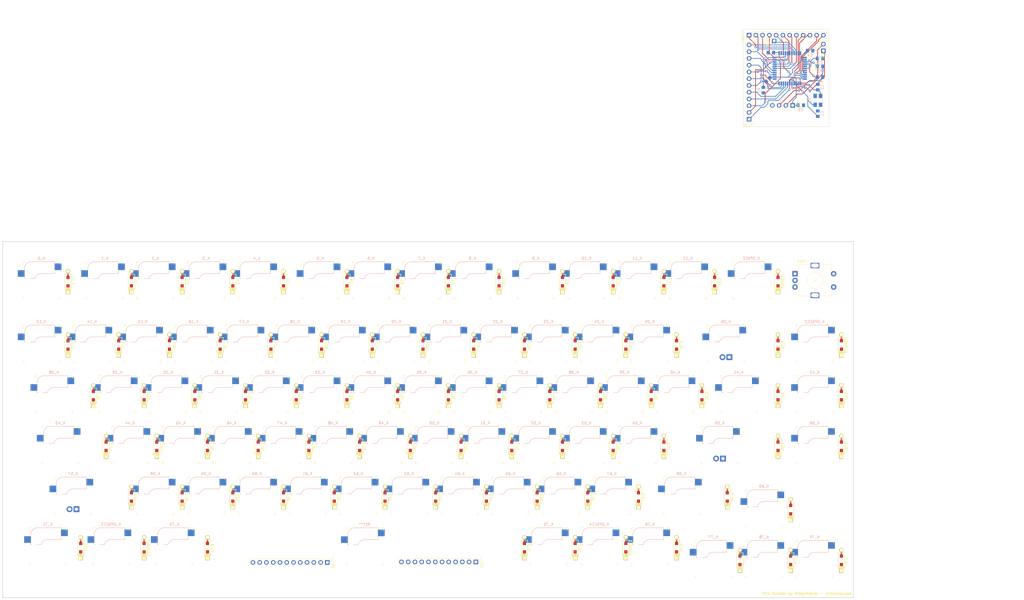
<source format=kicad_pcb>
(kicad_pcb (version 20211014) (generator pcbnew)
  (layers (0 "F.Cu" signal) (31 "B.Cu" signal) (34 "B.Paste" user) (35 "F.Paste" user) (36 "B.SilkS" user "B.Silkscreen") (37 "F.SilkS" user "F.Silkscreen") (38 "B.Mask" user) (39 "F.Mask" user) (44 "Edge.Cuts" user))
  (net 0 "")
  (net 1 "GND")
  (net 2 "VCC")
  (net 3 "/col0")
  (net 4 "/col1")
  (net 5 "/col2")
  (net 6 "/col3")
  (net 7 "/col4")
  (net 8 "/col5")
  (net 9 "/col6")
  (net 10 "/col7")
  (net 11 "/col8")
  (net 12 "/col9")
  (net 13 "/col10")
  (net 14 "/col11")
  (net 15 "/col12")
  (net 16 "/col13")
  (net 17 "/col14")
  (net 18 "/col15")
  (net 19 "/row0")
  (net 20 "/row1")
  (net 21 "/row2")
  (net 22 "/row3")
  (net 23 "/row4")
  (net 24 "/row5")
  (net 25 "/row6")
  (net 26 "Net-(D_0-Pad2)")
  (net 27 "Net-(D_1-Pad2)")
  (net 28 "Net-(D_2-Pad2)")
  (net 29 "Net-(D_3-Pad2)")
  (net 30 "Net-(D_4-Pad2)")
  (net 31 "Net-(D_5-Pad2)")
  (net 32 "Net-(D_6-Pad2)")
  (net 33 "Net-(D_7-Pad2)")
  (net 34 "Net-(D_8-Pad2)")
  (net 35 "Net-(D_9-Pad2)")
  (net 36 "Net-(D_10-Pad2)")
  (net 37 "Net-(D_11-Pad2)")
  (net 38 "Net-(D_12-Pad2)")
  (net 39 "Net-(D_SPACE-Pad2)")
  (net 40 "Net-(D_13-Pad2)")
  (net 41 "Net-(D_14-Pad2)")
  (net 42 "Net-(D_15-Pad2)")
  (net 43 "Net-(D_16-Pad2)")
  (net 44 "Net-(D_17-Pad2)")
  (net 45 "Net-(D_18-Pad2)")
  (net 46 "Net-(D_19-Pad2)")
  (net 47 "Net-(D_20-Pad2)")
  (net 48 "Net-(D_21-Pad2)")
  (net 49 "Net-(D_22-Pad2)")
  (net 50 "Net-(D_23-Pad2)")
  (net 51 "Net-(D_24-Pad2)")
  (net 52 "Net-(D_25-Pad2)")
  (net 53 "Net-(D_26-Pad2)")
  (net 54 "Net-(D_SPACE2-Pad2)")
  (net 55 "Net-(D_28-Pad2)")
  (net 56 "Net-(D_29-Pad2)")
  (net 57 "Net-(D_30-Pad2)")
  (net 58 "Net-(D_31-Pad2)")
  (net 59 "Net-(D_32-Pad2)")
  (net 60 "Net-(D_33-Pad2)")
  (net 61 "Net-(D_34-Pad2)")
  (net 62 "Net-(D_35-Pad2)")
  (net 63 "Net-(D_36-Pad2)")
  (net 64 "Net-(D_37-Pad2)")
  (net 65 "Net-(D_38-Pad2)")
  (net 66 "Net-(D_39-Pad2)")
  (net 67 "Net-(D_40-Pad2)")
  (net 68 "Net-(D_41-Pad2)")
  (net 69 "Net-(D_42-Pad2)")
  (net 70 "Net-(D_43-Pad2)")
  (net 71 "Net-(D_44-Pad2)")
  (net 72 "Net-(D_45-Pad2)")
  (net 73 "Net-(D_46-Pad2)")
  (net 74 "Net-(D_47-Pad2)")
  (net 75 "Net-(D_48-Pad2)")
  (net 76 "Net-(D_49-Pad2)")
  (net 77 "Net-(D_50-Pad2)")
  (net 78 "Net-(D_51-Pad2)")
  (net 79 "Net-(D_52-Pad2)")
  (net 80 "Net-(D_53-Pad2)")
  (net 81 "Net-(D_54-Pad2)")
  (net 82 "Net-(D_55-Pad2)")
  (net 83 "Net-(D_56-Pad2)")
  (net 84 "Net-(D_57-Pad2)")
  (net 85 "Net-(D_58-Pad2)")
  (net 86 "Net-(D_59-Pad2)")
  (net 87 "Net-(D_60-Pad2)")
  (net 88 "Net-(D_61-Pad2)")
  (net 89 "Net-(D_62-Pad2)")
  (net 90 "Net-(D_63-Pad2)")
  (net 91 "Net-(D_64-Pad2)")
  (net 92 "Net-(D_65-Pad2)")
  (net 93 "Net-(D_66-Pad2)")
  (net 94 "Net-(D_67-Pad2)")
  (net 95 "Net-(D_68-Pad2)")
  (net 96 "Net-(D_71-Pad2)")
  (net 97 "Net-(D_SPACE3-Pad2)")
  (net 98 "Net-(D_73-Pad2)")
  (net 99 "Net-(D_74-Pad2)")
  (net 100 "Net-(D_75-Pad2)")
  (net 101 "Net-(D_SPACE4-Pad2)")
  (net 102 "Net-(D_76-Pad2)")
  (net 103 "Net-(D_69-Pad2)")
  (net 104 "Net-(D_77-Pad2)")
  (net 105 "Net-(D_78-Pad2)")
  (net 106 "Net-(D_79-Pad2)")
  (net 107 "Net-(C1-Pad1)")
  (net 108 "Net-(C2-Pad1)")
  (net 109 "Net-(R1-Pad1)")
  (net 110 "Net-(R2-Pad1)")
  (net 111 "Net-(R3-Pad1)")
  (net 112 "Net-(R4-Pad1)")
  (net 113 "Net-(USB1-Pad2)")
  (net 114 "Net-(USB1-Pad3)")
  (net 115 "Net-(C3-Pad1)")
  (net 116 "Net-(U1-Pad1)")
  (net 117 "Net-(U1-Pad7)")
  (net 118 "Net-(U1-Pad42)")
  (net 119 "Net-(U1-Pad43)")
  (net 120 "Net-(U1-Pad44)")
  (footprint "keyswitches:Kailh_socket_MX" (layer "F.Cu") (at 216.57 238.97)
    (fp_text reference "K_59")
    (fp_text value "KEYSW")
  )
  (footprint "keyswitches:Kailh_socket_MX" (layer "F.Cu") (at 197.52 158.0075)
    (fp_text reference "K_2")
    (fp_text value "KEYSW")
  )
  (footprint "keyboard_parts:D_SOD123_axial" (layer "F.Cu") (at 259.9325 182.32 90)
    (fp_text reference "D_18")
    (fp_text value "D" hide)
  )
  (footprint "keyswitches:Kailh_socket_MX" (layer "F.Cu") (at 235.62 238.97)
    (fp_text reference "K_60")
    (fp_text value "KEYSW")
  )
  (footprint "keyboard_parts:D_SOD123_axial" (layer "F.Cu") (at 164.6825 158.5075 90)
    (fp_text reference "D_0")
    (fp_text value "D" hide)
  )
  (footprint "keyboard_parts:D_SOD123_axial" (layer "F.Cu") (at 378.995 239.47 90)
    (fp_text reference "D_67")
    (fp_text value "D" hide)
  )
  (footprint "keyswitches:Kailh_socket_MX" (layer "F.Cu") (at 395.16375 238.97)
    (fp_text reference "K_68")
    (fp_text value "KEYSW")
  )
  (footprint "keyboard_parts:D_SOD123_axial" (layer "F.Cu") (at 431.3825 158.5075 90)
    (fp_text reference "D_SPACE")
    (fp_text value "D" hide)
  )
  (footprint "keyboard_parts:D_SOD123_axial" (layer "F.Cu") (at 355.1825 258.52 90)
    (fp_text reference "D_75")
    (fp_text value "D" hide)
  )
  (footprint "keyboard_parts:D_SOD123_axial" (layer "F.Cu") (at 307.5575 158.5075 90)
    (fp_text reference "D_7")
    (fp_text value "D" hide)
  )
  (footprint "keyswitches:Kailh_socket_MX" (layer "F.Cu") (at 345.1575 258.02)
    (fp_text reference "K_75")
    (fp_text value "KEYSW")
  )
  (footprint "keyboard_parts:D_SOD123_axial" (layer "F.Cu") (at 431.3825 220.42 90)
    (fp_text reference "D_55")
    (fp_text value "D" hide)
  )
  (footprint "keyboard_parts:D_SOD123_axial" (layer "F.Cu") (at 407.57 158.5075 90)
    (fp_text reference "D_12")
    (fp_text value "D" hide)
  )
  (footprint "keyswitches:Kailh_socket_MX" (layer "F.Cu") (at 359.445 158.0075)
    (fp_text reference "K_10")
    (fp_text value "KEYSW")
  )
  (footprint "keyswitches:Kailh_socket_MX" (layer "F.Cu") (at 316.5825 200.87)
    (fp_text reference "K_36")
    (fp_text value "KEYSW")
  )
  (footprint "keyboard_parts:D_SOD123_axial" (layer "F.Cu") (at 312.32 220.42 90)
    (fp_text reference "D_50")
    (fp_text value "D" hide)
  )
  (footprint "keyboard_parts:D_SOD123_axial" (layer "F.Cu") (at 188.495 158.5075 90)
    (fp_text reference "D_1")
    (fp_text value "D" hide)
  )
  (footprint "keyboard_parts:D_SOD123_axial" (layer "F.Cu") (at 317.0825 182.32 90)
    (fp_text reference "D_21")
    (fp_text value "D" hide)
  )
  (footprint "keyboard_parts:D_SOD123_axial" (layer "F.Cu") (at 278.9825 182.32 90)
    (fp_text reference "D_19")
    (fp_text value "D" hide)
  )
  (footprint "keyswitches:Kailh_socket_MX" (layer "F.Cu") (at 445.17 219.92)
    (fp_text reference "K_56")
    (fp_text value "KEYSW")
  )
  (footprint "keyboard_parts:D_SOD123_axial" (layer "F.Cu") (at 217.07 220.42 90)
    (fp_text reference "D_45")
    (fp_text value "D" hide)
  )
  (footprint "keyswitches:Kailh_socket_MX" (layer "F.Cu") (at 383.2575 181.82)
    (fp_text reference "K_25")
    (fp_text value "KEYSW")
  )
  (footprint "keyboard_parts:D_SOD123_axial" (layer "F.Cu") (at 369.47 220.42 90)
    (fp_text reference "D_53")
    (fp_text value "D" hide)
  )
  (footprint "keyboard_parts:D_SOD123_axial" (layer "F.Cu") (at 455.195 182.32 90)
    (fp_text reference "D_SPACE2")
    (fp_text value "D" hide)
  )
  (footprint "keyboard_parts:D_SOD123_axial" (layer "F.Cu") (at 331.37 220.42 90)
    (fp_text reference "D_51")
    (fp_text value "D" hide)
  )
  (footprint "keyswitches:Kailh_socket_MX" (layer "F.Cu") (at 349.92 238.97)
    (fp_text reference "K_66")
    (fp_text value "KEYSW")
  )
  (footprint "Connector_PinHeader_2.54mm:PinHeader_1x12_P2.54mm_Vertical" (layer "F.Cu") (at 262.08 264.1 -90)
    (fp_text reference "REF**")
    (fp_text value "PinHeader_1x12_P2.54mm_Vertical")
  )
  (footprint "keyboard_parts:D_SOD123_axial" (layer "F.Cu") (at 250.4075 201.37 90)
    (fp_text reference "D_32")
    (fp_text value "D" hide)
  )
  (footprint "keyswitches:Kailh_socket_MX" (layer "F.Cu") (at 368.97 238.97)
    (fp_text reference "K_67")
    (fp_text value "KEYSW")
  )
  (footprint "keyboard_parts:D_SOD123_axial" (layer "F.Cu") (at 293.27 220.42 90)
    (fp_text reference "D_49")
    (fp_text value "D" hide)
  )
  (footprint "keyswitches:Kailh_socket_MX" (layer "F.Cu") (at 183.2325 200.87)
    (fp_text reference "K_29")
    (fp_text value "KEYSW")
  )
  (footprint "keyboard_parts:D_SOD123_axial" (layer "F.Cu") (at 202.7825 182.32 90)
    (fp_text reference "D_15")
    (fp_text value "D" hide)
  )
  (footprint "keyboard_parts:D_SOD123_axial" (layer "F.Cu") (at 326.6075 201.37 90)
    (fp_text reference "D_36")
    (fp_text value "D" hide)
  )
  (footprint "keyswitches:Kailh_socket_MX" (layer "F.Cu") (at 416.595 200.87)
    (fp_text reference "K_41")
    (fp_text value "KEYSW")
  )
  (footprint "keyboard_parts:D_SOD123_axial" (layer "F.Cu") (at 340.895 239.47 90)
    (fp_text reference "D_65")
    (fp_text value "D" hide)
  )
  (footprint "keyboard_parts:D_SOD123_axial" (layer "F.Cu") (at 355.1825 182.32 90)
    (fp_text reference "D_23")
    (fp_text value "D" hide)
  )
  (footprint "keyboard_parts:D_SOD123_axial" (layer "F.Cu") (at 307.5575 201.37 90)
    (fp_text reference "D_35")
    (fp_text value "D" hide)
  )
  (footprint "keyswitches:Kailh_socket_MX" (layer "F.Cu") (at 161.80125 219.92)
    (fp_text reference "K_43")
    (fp_text value "KEYSW")
  )
  (footprint "keyswitches:Kailh_socket_MX" (layer "F.Cu") (at 330.87 238.97)
    (fp_text reference "K_65")
    (fp_text value "KEYSW")
  )
  (footprint "keyswitches:Kailh_socket_MX" (layer "F.Cu") (at 340.395 219.92)
    (fp_text reference "K_52")
    (fp_text value "KEYSW")
  )
  (footprint "keyboard_parts:D_SOD123_axial" (layer "F.Cu") (at 345.6575 201.37 90)
    (fp_text reference "D_37")
    (fp_text value "D" hide)
  )
  (footprint "keyboard_parts:D_SOD123_axial" (layer "F.Cu") (at 269.4575 201.37 90)
    (fp_text reference "D_33")
    (fp_text value "D" hide)
  )
  (footprint "keyboard_parts:D_SOD123_axial" (layer "F.Cu") (at 236.12 220.42 90)
    (fp_text reference "D_46")
    (fp_text value "D" hide)
  )
  (footprint "keyswitches:Kailh_socket_MX" (layer "F.Cu") (at 273.72 238.97)
    (fp_text reference "K_62")
    (fp_text value "KEYSW")
  )
  (footprint "keyswitches:Kailh_socket_MX" (layer "F.Cu") (at 254.67 238.97)
    (fp_text reference "K_61")
    (fp_text value "KEYSW")
  )
  (footprint "keyswitches:Kailh_socket_MX" (layer "F.Cu") (at 340.395 158.0075)
    (fp_text reference "K_9")
    (fp_text value "KEYSW")
  )
  (footprint "keyboard_parts:D_SOD123_axial" (layer "F.Cu") (at 359.945 239.47 90)
    (fp_text reference "D_66")
    (fp_text value "D" hide)
  )
  (footprint "keyboard_parts:D_SOD123_axial" (layer "F.Cu") (at 212.3075 201.37 90)
    (fp_text reference "D_30")
    (fp_text value "D" hide)
  )
  (footprint "keyswitches:Kailh_socket_MX" (layer "F.Cu") (at 407.07 262.7825)
    (fp_text reference "K_77")
    (fp_text value "KEYSW")
  )
  (footprint "keyboard_parts:D_SOD123_axial" (layer "F.Cu") (at 198.02 220.42 90)
    (fp_text reference "D_44")
    (fp_text value "D" hide)
  )
  (footprint "keyswitches:Kailh_socket_MX" (layer "F.Cu") (at 192.7575 181.82)
    (fp_text reference "K_15")
    (fp_text value "KEYSW")
  )
  (footprint "keyswitches:Kailh_socket_MX" (layer "F.Cu") (at 326.1075 181.82)
    (fp_text reference "K_22")
    (fp_text value "KEYSW")
  )
  (footprint "keyboard_parts:D_SOD123_axial" (layer "F.Cu") (at 326.6075 158.5075 90)
    (fp_text reference "D_8")
    (fp_text value "D" hide)
  )
  (footprint "keyswitches:Kailh_socket_MX" (layer "F.Cu") (at 292.77 238.97)
    (fp_text reference "K_63")
    (fp_text value "KEYSW")
  )
  (footprint "Connector_PinHeader_2.54mm:PinHeader_1x04_P2.54mm_Vertical" (layer "F.Cu") (at 436.89 92.26375 -90)
    (fp_text reference "REF**")
    (fp_text value "PinHeader_1x04_P2.54mm_Vertical")
  )
  (footprint "keyswitches:Kailh_socket_MX" (layer "F.Cu") (at 335.6325 200.87)
    (fp_text reference "K_37")
    (fp_text value "KEYSW")
  )
  (footprint "keyboard_parts:D_SOD123_axial" (layer "F.Cu") (at 226.595 239.47 90)
    (fp_text reference "D_59")
    (fp_text value "D" hide)
  )
  (footprint "keyboard_parts:D_SOD123_axial" (layer "F.Cu") (at 393.2825 258.52 90)
    (fp_text reference "D_76")
    (fp_text value "D" hide)
  )
  (footprint "keyboard_parts:D_SOD123_axial" (layer "F.Cu") (at 217.07 258.52 90)
    (fp_text reference "D_73")
    (fp_text value "D" hide)
  )
  (footprint "keyswitches:Kailh_socket_MX" (layer "F.Cu") (at 268.9575 181.82)
    (fp_text reference "K_19")
    (fp_text value "KEYSW")
  )
  (footprint "keyboard_parts:D_SOD123_axial" (layer "F.Cu") (at 183.7325 182.32 90)
    (fp_text reference "D_14")
    (fp_text value "D" hide)
  )
  (footprint "keyswitches:Kailh_socket_MX" (layer "F.Cu") (at 378.495 158.0075)
    (fp_text reference "K_11")
    (fp_text value "KEYSW")
  )
  (footprint "keyswitches:Kailh_socket_MX" (layer "F.Cu") (at 383.2575 258.02)
    (fp_text reference "K_76")
    (fp_text value "KEYSW")
  )
  (footprint "keyboard_parts:D_SOD123_axial" (layer "F.Cu") (at 350.42 158.5075 90)
    (fp_text reference "D_9")
    (fp_text value "D" hide)
  )
  (footprint "keyboard_parts:D_SOD123_axial" (layer "F.Cu") (at 269.4575 158.5075 90)
    (fp_text reference "D_5")
    (fp_text value "D" hide)
  )
  (footprint "keyboard_parts:D_SOD123_axial" (layer "F.Cu") (at 288.5075 201.37 90)
    (fp_text reference "D_34")
    (fp_text value "D" hide)
  )
  (footprint "keyswitches:Kailh_socket_MX" (layer "F.Cu") (at 211.8075 181.82)
    (fp_text reference "K_16")
    (fp_text value "KEYSW")
  )
  (footprint "keyswitches:Kailh_socket_MX" (layer "F.Cu") (at 202.2825 200.87)
    (fp_text reference "K_30")
    (fp_text value "KEYSW")
  )
  (footprint "keyboard_parts:D_SOD123_axial" (layer "F.Cu") (at 412.3325 239.47 90)
    (fp_text reference "D_68")
    (fp_text value "D" hide)
  )
  (footprint "keyboard_parts:D_SOD123_axial" (layer "F.Cu") (at 245.645 239.47 90)
    (fp_text reference "D_60")
    (fp_text value "D" hide)
  )
  (footprint "keyswitches:Kailh_socket_MX" (layer "F.Cu") (at 373.7325 200.87)
    (fp_text reference "K_39")
    (fp_text value "KEYSW")
  )
  (footprint "keyswitches:Kailh_socket_MX" (layer "F.Cu") (at 426.12 262.7825)
    (fp_text reference "K_78")
    (fp_text value "KEYSW")
  )
  (footprint "Connector_PinHeader_2.54mm:PinHeader_1x01_P2.54mm_Vertical" (layer "F.Cu") (at 429.94 67.99625 90)
    (fp_text reference "REF**")
    (fp_text value "PinHeader_1x01_P2.54mm_Vertical")
  )
  (footprint "keyboard_parts:D_SOD123_axial" (layer "F.Cu") (at 169.445 258.52 90)
    (fp_text reference "D_71")
    (fp_text value "D" hide)
  )
  (footprint "keyswitches:Kailh_socket_MX" (layer "F.Cu") (at 311.82 238.97)
    (fp_text reference "K_64")
    (fp_text value "KEYSW")
  )
  (footprint "keyboard_parts:D_SOD123_axial" (layer "F.Cu") (at 288.5075 158.5075 90)
    (fp_text reference "D_6")
    (fp_text value "D" hide)
  )
  (footprint "keyswitches:Kailh_socket_MX" (layer "F.Cu") (at 445.17 262.7825)
    (fp_text reference "K_79")
    (fp_text value "KEYSW")
  )
  (footprint "keyswitches:Kailh_socket_MX" (layer "F.Cu") (at 235.62 158.0075)
    (fp_text reference "K_4")
    (fp_text value "KEYSW")
  )
  (footprint "keyboard_parts:D_SOD123_axial" (layer "F.Cu") (at 178.97 220.42 90)
    (fp_text reference "D_43")
    (fp_text value "D" hide)
  )
  (footprint "keyboard_parts:D_SOD123_axial" (layer "F.Cu") (at 350.42 220.42 90)
    (fp_text reference "D_52")
    (fp_text value "D" hide)
  )
  (footprint "keyboard_parts:D_SOD123_axial" (layer "F.Cu") (at 264.695 239.47 90)
    (fp_text reference "D_61")
    (fp_text value "D" hide)
  )
  (footprint "keyboard_parts:D_SOD123_axial" (layer "F.Cu") (at 174.2075 201.37 90)
    (fp_text reference "D_28")
    (fp_text value "D" hide)
  )
  (footprint "keyboard_parts:D_SOD123_axial" (layer "F.Cu") (at 298.0325 182.32 90)
    (fp_text reference "D_20")
    (fp_text value "D" hide)
  )
  (footprint "keyboard_parts:D_SOD123_axial" (layer "F.Cu") (at 431.3825 201.37 90)
    (fp_text reference "D_41")
    (fp_text value "D" hide)
  )
  (footprint "keyboard_parts:D_SOD123_axial" (layer "F.Cu") (at 336.1325 182.32 90)
    (fp_text reference "D_22")
    (fp_text value "D" hide)
  )
  (footprint "keyboard_parts:D_SOD123_axial" (layer "F.Cu") (at 274.22 220.42 90)
    (fp_text reference "D_48")
    (fp_text value "D" hide)
  )
  (footprint "marbastlib-mx:STAB_MX_6.25u" (layer "F.Cu") (at 276.10125 258.02)
    (fp_text reference "K_74" hide)
    (fp_text value "KEYSW")
  )
  (footprint "keyswitches:Kailh_socket_MX" (layer "F.Cu") (at 154.6575 181.82)
    (fp_text reference "K_13")
    (fp_text value "KEYSW")
  )
  (footprint "keyboard_parts:D_SOD123_axial" (layer "F.Cu") (at 364.7075 201.37 90)
    (fp_text reference "D_38")
    (fp_text value "D" hide)
  )
  (footprint "keyswitches:Kailh_socket_MX" (layer "F.Cu") (at 221.3325 200.87)
    (fp_text reference "K_31")
    (fp_text value "KEYSW")
  )
  (footprint "keyswitches:Kailh_socket_MX" (layer "F.Cu") (at 173.7075 181.82)
    (fp_text reference "K_14")
    (fp_text value "KEYSW")
  )
  (footprint "keyswitches:Kailh_socket_MX" (layer "F.Cu") (at 359.445 219.92)
    (fp_text reference "K_53")
    (fp_text value "KEYSW")
  )
  (footprint "keyswitches:Kailh_socket_MX" (layer "F.Cu") (at 283.245 219.92)
    (fp_text reference "K_49")
    (fp_text value "KEYSW")
  )
  (footprint "keyboard_parts:D_SOD123_axial" (layer "F.Cu") (at 374.2325 182.32 90)
    (fp_text reference "D_24")
    (fp_text value "D" hide)
  )
  (footprint "keyswitches:Kailh_socket_MX" (layer "F.Cu") (at 259.4325 158.0075)
    (fp_text reference "K_5")
    (fp_text value "KEYSW")
  )
  (footprint "keyswitches:Kailh_socket_MX" (layer "F.Cu") (at 259.4325 200.87)
    (fp_text reference "K_33")
    (fp_text value "KEYSW")
  )
  (footprint "keyswitches:Kailh_socket_MX" (layer "F.Cu") (at 249.9075 181.82)
    (fp_text reference "K_18")
    (fp_text value "KEYSW")
  )
  (footprint "keyboard_parts:D_SOD123_axial" (layer "F.Cu") (at 393.2825 182.32 90)
    (fp_text reference "D_25")
    (fp_text value "D" hide)
  )
  (footprint "keyboard_parts:D_SOD123_axial" (layer "F.Cu") (at 193.2575 258.52 90)
    (fp_text reference "D_SPACE3")
    (fp_text value "D" hide)
  )
  (footprint "keyboard_parts:D_SOD123_axial" (layer "F.Cu") (at 188.495 239.47 90)
    (fp_text reference "D_57")
    (fp_text value "D" hide)
  )
  (footprint "keyswitches:Kailh_socket_MX" (layer "F.Cu") (at 187.995 219.92)
    (fp_text reference "K_44")
    (fp_text value "KEYSW")
  )
  (footprint "keyswitches:Kailh_socket_MX" (layer "F.Cu") (at 180.85125 258.02)
    (fp_text reference "K_SPACE3")
    (fp_text value "KEYSW")
  )
  (footprint "keyboard_parts:D_SOD123_axial" (layer "F.Cu") (at 417.095 263.2825 90)
    (fp_text reference "D_77")
    (fp_text value "D" hide)
  )
  (footprint "keyswitches:Kailh_socket_MX" (layer "F.Cu") (at 397.545 158.0075)
    (fp_text reference "K_12")
    (fp_text value "KEYSW")
  )
  (footprint "keyboard_parts:D_SOD123_axial" (layer "F.Cu") (at 388.52 158.5075 90)
    (fp_text reference "D_11")
    (fp_text value "D" hide)
  )
  (footprint "Keebio-Parts:RotaryEncoder_Alps_EC11E-Switch_Vertical_H20mm" (layer "F.Cu") (at 445.28 158.05)
    (fp_text reference "SWR1")
    (fp_text value "Rotary_Encoder_Switch")
  )
  (footprint "keyboard_parts:D_SOD123_axial" (layer "F.Cu") (at 231.3575 201.37 90)
    (fp_text reference "D_31")
    (fp_text value "D" hide)
  )
  (footprint "keyswitches:Kailh_socket_MX" (layer "F.Cu") (at 178.47 158.0075)
    (fp_text reference "K_1")
    (fp_text value "KEYSW")
  )
  (footprint "keyboard_parts:D_SOD123_axial" (layer "F.Cu") (at 207.545 158.5075 90)
    (fp_text reference "D_2")
    (fp_text value "D" hide)
  )
  (footprint "keyboard_parts:D_SOD123_axial" (layer "F.Cu") (at 321.845 239.47 90)
    (fp_text reference "D_64")
    (fp_text value "D" hide)
  )
  (footprint "keyswitches:Kailh_socket_MX" (layer "F.Cu") (at 226.095 219.92)
    (fp_text reference "K_46")
    (fp_text value "KEYSW")
  )
  (footprint "keyswitches:Kailh_socket_MX_led stab" (layer "F.Cu") (at 166.56375 238.97)
    (fp_text reference "K_57")
    (fp_text value "KEYSW")
  )
  (footprint "keyswitches:Kailh_socket_MX" (layer "F.Cu") (at 278.4825 158.0075)
    (fp_text reference "K_6")
    (fp_text value "KEYSW")
  )
  (footprint "keyboard_parts:D_SOD123_axial" (layer "F.Cu") (at 402.8075 201.37 90)
    (fp_text reference "D_40")
    (fp_text value "D" hide)
  )
  (footprint "Connector_PinHeader_2.54mm:PinHeader_1x02_P2.54mm_Vertical" (layer "F.Cu") (at 448.44 71.76625 180)
    (fp_text reference "REF**")
    (fp_text value "PinHeader_1x02_P2.54mm_Vertical")
  )
  (footprint "keyboard_parts:D_SOD123_axial" (layer "F.Cu") (at 455.195 201.37 90)
    (fp_text reference "D_42")
    (fp_text value "D" hide)
  )
  (footprint "keyboard_parts:D_SOD123_axial" (layer "F.Cu") (at 369.47 158.5075 90)
    (fp_text reference "D_10")
    (fp_text value "D" hide)
  )
  (footprint "keyswitches:Kailh_socket_MX" (layer "F.Cu") (at 421.3575 158.0075)
    (fp_text reference "K_SPACE")
    (fp_text value "KEYSW")
  )
  (footprint "keyboard_parts:D_SOD123_axial" (layer "F.Cu") (at 221.8325 182.32 90)
    (fp_text reference "D_16")
    (fp_text value "D" hide)
  )
  (footprint "keyswitches:Kailh_socket_MX" (layer "F.Cu") (at 216.57 158.0075)
    (fp_text reference "K_3")
    (fp_text value "KEYSW")
  )
  (footprint "keyboard_parts:D_SOD123_axial" (layer "F.Cu") (at 374.2325 258.52 90)
    (fp_text reference "D_SPACE4")
    (fp_text value "D" hide)
  )
  (footprint "keyswitches:Kailh_socket_MX" (layer "F.Cu") (at 159.42 200.87)
    (fp_text reference "K_28")
    (fp_text value "KEYSW")
  )
  (footprint "keyboard_parts:D_SOD123_axial" (layer "F.Cu") (at 302.795 239.47 90)
    (fp_text reference "D_63")
    (fp_text value "D" hide)
  )
  (footprint "keyswitches:Kailh_socket_MX" (layer "F.Cu") (at 364.2075 258.02)
    (fp_text reference "K_SPACE4")
    (fp_text value "KEYSW")
  )
  (footprint "keyswitches:Kailh_socket_MX" (layer "F.Cu") (at 321.345 219.92)
    (fp_text reference "K_51")
    (fp_text value "KEYSW")
  )
  (footprint "keyboard_parts:D_SOD123_axial" (layer "F.Cu") (at 336.1325 258.52 90)
    (fp_text reference "D_74")
    (fp_text value "D" hide)
  )
  (footprint "keyswitches:Kailh_socket_MX" (layer "F.Cu") (at 445.17 200.87)
    (fp_text reference "K_42")
    (fp_text value "KEYSW")
  )
  (footprint "keyboard_parts:D_SOD123_axial" (layer "F.Cu") (at 240.8825 182.32 90)
    (fp_text reference "D_17")
    (fp_text value "D" hide)
  )
  (footprint "keyboard_parts:D_SOD123_axial" (layer "F.Cu") (at 164.6825 182.32 90)
    (fp_text reference "D_13")
    (fp_text value "D" hide)
  )
  (footprint "keyboard_parts:D_SOD123_axial" (layer "F.Cu") (at 226.595 158.5075 90)
    (fp_text reference "D_3")
    (fp_text value "D" hide)
  )
  (footprint "keyswitches:Kailh_socket_MX" (layer "F.Cu") (at 354.6825 200.87)
    (fp_text reference "K_38")
    (fp_text value "KEYSW")
  )
  (footprint "keyswitches:Kailh_socket_MX" (layer "F.Cu") (at 288.0075 181.82)
    (fp_text reference "K_20")
    (fp_text value "KEYSW")
  )
  (footprint "keyboard_parts:D_SOD123_axial" (layer "F.Cu") (at 455.195 220.42 90)
    (fp_text reference "D_56")
    (fp_text value "D" hide)
  )
  (footprint "Connector_PinHeader_2.54mm:PinHeader_1x12_P2.54mm_Vertical" (layer "F.Cu") (at 420.51 65.85375 90)
    (fp_text reference "REF**")
    (fp_text value "PinHeader_1x12_P2.54mm_Vertical")
  )
  (footprint "keyswitches:Kailh_socket_MX" (layer "F.Cu") (at 276.07 258.06)
    (fp_text reference "REF**")
    (fp_text value "Kailh_socket_MX")
  )
  (footprint "keyswitches:Kailh_socket_MX_led stab" (layer "F.Cu") (at 411.8325 181.82)
    (fp_text reference "K_26")
    (fp_text value "KEYSW")
  )
  (footprint "keyswitches:Kailh_socket_MX" (layer "F.Cu") (at 302.295 219.92)
    (fp_text reference "K_50")
    (fp_text value "KEYSW")
  )
  (footprint "keyboard_parts:D_SOD123_axial" (layer "F.Cu") (at 431.3825 182.32 90)
    (fp_text reference "D_26")
    (fp_text value "D" hide)
  )
  (footprint "keyswitches:Kailh_socket_MX" (layer "F.Cu") (at 345.1575 181.82)
    (fp_text reference "K_23")
    (fp_text value "KEYSW")
  )
  (footprint "keyboard_parts:D_SOD123_axial" (layer "F.Cu") (at 193.2575 201.37 90)
    (fp_text reference "D_29")
    (fp_text value "D" hide)
  )
  (footprint "keyboard_parts:D_SOD123_axial" (layer "F.Cu") (at 455.195 263.2825 90)
    (fp_text reference "D_79")
    (fp_text value "D" hide)
  )
  (footprint "keyswitches:Kailh_socket_MX" (layer "F.Cu") (at 378.495 219.92)
    (fp_text reference "K_54")
    (fp_text value "KEYSW")
  )
  (footprint "keyswitches:Kailh_socket_MX" (layer "F.Cu") (at 364.2075 181.82)
    (fp_text reference "K_24")
    (fp_text value "KEYSW")
  )
  (footprint "keyswitches:Kailh_socket_MX" (layer "F.Cu") (at 297.5325 200.87)
    (fp_text reference "K_35")
    (fp_text value "KEYSW")
  )
  (footprint "keyswitches:Kailh_socket_MX" (layer "F.Cu") (at 157.03875 258.02)
    (fp_text reference "K_71")
    (fp_text value "KEYSW")
  )
  (footprint "keyswitches:Kailh_socket_MX" (layer "F.Cu") (at 426.12 243.7325)
    (fp_text reference "K_69")
    (fp_text value "KEYSW")
  )
  (footprint "keyswitches:Kailh_socket_MX" (layer "F.Cu") (at 204.66375 258.02)
    (fp_text reference "K_73")
    (fp_text value "KEYSW")
  )
  (footprint "keyswitches:Kailh_socket_MX" (layer "F.Cu") (at 264.195 219.92)
    (fp_text reference "K_48")
    (fp_text value "KEYSW")
  )
  (footprint "Connector_PinHeader_2.54mm:PinHeader_1x12_P2.54mm_Vertical" (layer "F.Cu") (at 420.52 97.45375 180)
    (fp_text reference "REF**")
    (fp_text value "PinHeader_1x12_P2.54mm_Vertical")
  )
  (footprint "keyswitches:Kailh_socket_MX" (layer "F.Cu") (at 307.0575 181.82)
    (fp_text reference "K_21")
    (fp_text value "KEYSW")
  )
  (footprint "keyboard_parts:D_SOD123_axial" (layer "F.Cu") (at 383.7575 201.37 90)
    (fp_text reference "D_39")
    (fp_text value "D" hide)
  )
  (footprint "keyswitches:Kailh_socket_MX" (layer "F.Cu") (at 278.4825 200.87)
    (fp_text reference "K_34")
    (fp_text value "KEYSW")
  )
  (footprint "keyboard_parts:D_SOD123_axial" (layer "F.Cu") (at 283.745 239.47 90)
    (fp_text reference "D_62")
    (fp_text value "D" hide)
  )
  (footprint "Connector_PinHeader_2.54mm:PinHeader_1x12_P2.54mm_Vertical" (layer "F.Cu") (at 317.88 263.9 -90)
    (fp_text reference "REF**")
    (fp_text value "PinHeader_1x12_P2.54mm_Vertical")
  )
  (footprint "keyboard_parts:D_SOD123_axial" (layer "F.Cu") (at 436.145 244.2325 90)
    (fp_text reference "D_69")
    (fp_text value "D" hide)
  )
  (footprint "keyboard_parts:D_SOD123_axial" (layer "F.Cu") (at 436.145 263.2825 90)
    (fp_text reference "D_78")
    (fp_text value "D" hide)
  )
  (footprint "keyswitches:Kailh_socket_MX" (layer "F.Cu") (at 154.6575 158.0075)
    (fp_text reference "K_0")
    (fp_text value "KEYSW")
  )
  (footprint "keyswitches:Kailh_socket_MX" (layer "F.Cu") (at 445.17 181.82)
    (fp_text reference "K_SPACE2")
    (fp_text value "KEYSW")
  )
  (footprint "keyswitches:Kailh_socket_MX" (layer "F.Cu") (at 197.52 238.97)
    (fp_text reference "K_58")
    (fp_text value "KEYSW")
  )
  (footprint "keyswitches:Kailh_socket_MX" (layer "F.Cu") (at 240.3825 200.87)
    (fp_text reference "K_32")
    (fp_text value "KEYSW")
  )
  (footprint "keyswitches:Kailh_socket_MX" (layer "F.Cu") (at 230.8575 181.82)
    (fp_text reference "K_17")
    (fp_text value "KEYSW")
  )
  (footprint "keyswitches:Kailh_socket_MX" (layer "F.Cu") (at 297.5325 158.0075)
    (fp_text reference "K_7")
    (fp_text value "KEYSW")
  )
  (footprint "keyboard_parts:D_SOD123_axial" (layer "F.Cu") (at 207.545 239.47 90)
    (fp_text reference "D_58")
    (fp_text value "D" hide)
  )
  (footprint "keyswitches:Kailh_socket_MX" (layer "F.Cu") (at 316.5825 158.0075)
    (fp_text reference "K_8")
    (fp_text value "KEYSW")
  )
  (footprint "keyswitches:Kailh_socket_MX_led stab" (layer "F.Cu") (at 409.45125 219.92)
    (fp_text reference "K_55")
    (fp_text value "KEYSW")
  )
  (footprint "keyboard_parts:D_SOD123_axial" (layer "F.Cu") (at 388.52 220.42 90)
    (fp_text reference "D_54")
    (fp_text value "D" hide)
  )
  (footprint "keyboard_parts:D_SOD123_axial" (layer "F.Cu") (at 245.645 158.5075 90)
    (fp_text reference "D_4")
    (fp_text value "D" hide)
  )
  (footprint "keyboard_parts:D_SOD123_axial" (layer "F.Cu") (at 255.17 220.42 90)
    (fp_text reference "D_47")
    (fp_text value "D" hide)
  )
  (footprint "keyswitches:Kailh_socket_MX" (layer "F.Cu") (at 207.045 219.92)
    (fp_text reference "K_45")
    (fp_text value "KEYSW")
  )
  (footprint "keyswitches:Kailh_socket_MX" (layer "F.Cu") (at 245.145 219.92)
    (fp_text reference "K_47")
    (fp_text value "KEYSW")
  )
  (footprint "keyswitches:Kailh_socket_MX" (layer "F.Cu") (at 392.7825 200.87)
    (fp_text reference "K_40")
    (fp_text value "KEYSW")
  )
  (footprint "Capacitor_SMD:C_0805_2012Metric_Pad1.15x1.40mm_HandSolder" (layer "B.Cu") (at 427.66 82.54 -135)
    (fp_text reference "C7")
    (fp_text value "22pF")
  )
  (footprint "Capacitor_SMD:C_0805_2012Metric_Pad1.15x1.40mm_HandSolder" (layer "B.Cu") (at 446.34 95.36375 90)
    (fp_text reference "C1")
    (fp_text value "22pF")
  )
  (footprint "Capacitor_SMD:C_0805_2012Metric_Pad1.15x1.40mm_HandSolder" (layer "B.Cu") (at 446.34 85.36375 90)
    (fp_text reference "C2")
    (fp_text value "22pF")
  )
  (footprint "Capacitor_SMD:C_0805_2012Metric_Pad1.15x1.40mm_HandSolder" (layer "B.Cu") (at 443.43 71.69)
    (fp_text reference "C4")
    (fp_text value "22pF")
  )
  (footprint "Resistor_SMD:R_0805_2012Metric_Pad1.15x1.40mm_HandSolder" (layer "B.Cu") (at 425.89 86.50375 -90)
    (fp_text reference "R2")
    (fp_text value "10k")
  )
  (footprint "Capacitor_SMD:C_0805_2012Metric_Pad1.15x1.40mm_HandSolder" (layer "B.Cu") (at 447.17 74.59375)
    (fp_text reference "C3")
    (fp_text value "22pF")
  )
  (footprint "Resistor_SMD:R_0805_2012Metric_Pad1.15x1.40mm_HandSolder" (layer "B.Cu") (at 447.17 81.59375)
    (fp_text reference "R4")
    (fp_text value "22")
  )
  (footprint "Package_QFP:TQFP-44_10x10mm_P0.8mm" (layer "B.Cu") (at 435.81 78.33375 180)
    (fp_text reference "U1")
    (fp_text value "ATMEGA32U4")
  )
  (footprint "Capacitor_SMD:C_0805_2012Metric_Pad1.15x1.40mm_HandSolder" (layer "B.Cu") (at 439.94 92.2)
    (fp_text reference "C5")
    (fp_text value "22pF")
  )
  (footprint "Capacitor_SMD:C_0805_2012Metric_Pad1.15x1.40mm_HandSolder" (layer "B.Cu") (at 428.71 72.4 180)
    (fp_text reference "C6")
    (fp_text value "22pF")
  )
  (footprint "Resistor_SMD:R_0805_2012Metric_Pad1.15x1.40mm_HandSolder" (layer "B.Cu") (at 447.17 77.59375)
    (fp_text reference "R3")
    (fp_text value "22")
  )
  (footprint "Crystal:Crystal_SMD_5032-4Pin_5.0x3.2mm" (layer "B.Cu") (at 446.34 90.36375 -90)
    (fp_text reference "X1")
    (fp_text value "XTAL_GND")
  )
  (gr_arc (start 459.695 143.4825) (mid 459.695 143.4825) (end 459.695 143.4825) (layer "Edge.Cuts") (width 0.2))
  (gr_rect (start 418.34 100.26375) (end 450.54 63.61375) (layer "Edge.Cuts") (width 0.1) (fill none))
  (gr_line (start 459.695 277.3075) (end 140.1325 277.3075) (layer "Edge.Cuts") (width 0.2))
  (gr_arc (start 140.1325 143.4825) (mid 140.1325 143.4825) (end 140.1325 143.4825) (layer "Edge.Cuts") (width 0.2))
  (gr_line (start 140.1325 143.4825) (end 459.695 143.4825) (layer "Edge.Cuts") (width 0.2))
  (gr_arc (start 459.695 277.3075) (mid 459.695 277.3075) (end 459.695 277.3075) (layer "Edge.Cuts") (width 0.2))
  (gr_line (start 459.695 143.4825) (end 459.695 277.3075) (layer "Edge.Cuts") (width 0.2))
  (gr_arc (start 140.1325 277.3075) (mid 140.1325 277.3075) (end 140.1325 277.3075) (layer "Edge.Cuts") (width 0.2))
  (gr_line (start 140.1325 277.3075) (end 140.1325 143.4825) (layer "Edge.Cuts") (width 0.2))
  (gr_text "PCB Builder by MisterKeebs - mrkeebs.com" (at 459.195 275.8075) (layer "F.SilkS") (effects (font (size 1 1) (thickness 0.3)) (justify right)))
  (segment (start 448.845 72.17125) (end 448.44 71.76625) (width 0.25) (layer "F.Cu") (net 0))
  (segment (start 439.03 83.90625) (end 442.16 83.90625) (width 0.25) (layer "F.Cu") (net 0))
  (segment (start 446.28 81.50625) (end 446.28 71.38625) (width 0.25) (layer "F.Cu") (net 0))
  (segment (start 441.1803 85.24375) (end 441.562449 85.625899) (width 0.25) (layer "F.Cu") (net 0))
  (segment (start 438.7775 85.24375) (end 441.1803 85.24375) (width 0.25) (layer "F.Cu") (net 0))
  (segment (start 446.28 71.38625) (end 448.44 69.22625) (width 0.25) (layer "F.Cu") (net 0))
  (segment (start 444.64 83.14625) (end 446.28 81.50625) (width 0.25) (layer "F.Cu") (net 0))
  (segment (start 442.16 83.90625) (end 442.92 83.14625) (width 0.25) (layer "F.Cu") (net 0))
  (segment (start 442.92 83.14625) (end 444.64 83.14625) (width 0.25) (layer "F.Cu") (net 0))
  (segment (start 443.39 86.87625) (end 448.845 81.42125) (width 0.25) (layer "F.Cu") (net 0))
  (segment (start 448.845 81.42125) (end 448.845 72.17125) (width 0.25) (layer "F.Cu") (net 0))
  (segment (start 437.44 83.90625) (end 438.7775 85.24375) (width 0.25) (layer "F.Cu") (net 0))
  (via (at 443.39 86.87625) (size 0.8) (drill 0.4) (layers "F.Cu" "B.Cu") (net 0))
  (via (at 439.03 83.90625) (size 0.4) (drill 0.2) (layers "F.Cu" "B.Cu") (net 0))
  (via (at 437.44 83.90625) (size 0.4) (drill 0.2) (layers "F.Cu" "B.Cu") (net 0))
  (via (at 441.562449 85.625899) (size 0.8) (drill 0.4) (layers "F.Cu" "B.Cu") (net 0))
  (segment (start 442.139649 85.625899) (end 443.39 86.87625) (width 0.25) (layer "B.Cu") (net 0))
  (segment (start 441.562449 85.625899) (end 442.139649 85.625899) (width 0.25) (layer "B.Cu") (net 0))
  (segment (start 433.52 75.85075) (end 433.52 77.86625) (width 0.25) (layer "F.Cu") (net 2))
  (segment (start 433.52 77.86625) (end 435.36 79.70625) (width 0.25) (layer "F.Cu") (net 2))
  (via (at 435.36 79.70625) (size 0.8) (drill 0.4) (layers "F.Cu" "B.Cu") (net 2))
  (via (at 433.52 75.85075) (size 0.8) (drill 0.4) (layers "F.Cu" "B.Cu") (net 2))
  (segment (start 430.11 81.53375) (end 428.66625 81.53375) (width 0.25) (layer "B.Cu") (net 2))
  (segment (start 437.695 81.65125) (end 438.21 82.16625) (width 0.25) (layer "B.Cu") (net 2))
  (segment (start 428.384784 81.815216) (end 429.035 81.815216) (width 0.25) (layer "B.Cu") (net 2))
  (segment (start 441.51 75.13375) (end 440.51 75.13375) (width 0.25) (layer "B.Cu") (net 2))
  (segment (start 442.405 71.71375) (end 440.3 73.81875) (width 0.25) (layer "B.Cu") (net 2))
  (segment (start 440.51375 75.13375) (end 441.51 75.13375) (width 0.25) (layer "B.Cu") (net 2))
  (segment (start 436.87 79.92625) (end 435.84 80.95625) (width 0.25) (layer "B.Cu") (net 2))
  (segment (start 438.85125 92.26375) (end 438.915 92.2) (width 0.25) (layer "B.Cu") (net 2))
  (segment (start 440.3 73.81875) (end 440.3 74.92) (width 0.25) (layer "B.Cu") (net 2))
  (segment (start 431.81 74.14075) (end 433.52 75.85075) (width 0.25) (layer "B.Cu") (net 2))
  (segment (start 429.735 72.4) (end 431.57625 72.4) (width 0.25) (layer "B.Cu") (net 2))
  (segment (start 440.3 74.92) (end 440.51375 75.13375) (width 0.25) (layer "B.Cu") (net 2))
  (segment (start 428.66625 81.53375) (end 428.384784 81.815216) (width 0.25) (layer "B.Cu") (net 2))
  (segment (start 438.21 82.16625) (end 438.21 84.03375) (width 0.25) (layer "B.Cu") (net 2))
  (segment (start 438.21 89.26) (end 438.21 84.03375) (width 0.25) (layer "B.Cu") (net 2))
  (segment (start 435.84 80.18625) (end 435.84 80.95625) (width 0.25) (layer "B.Cu") (net 2))
  (segment (start 436.87 78.77375) (end 436.87 79.92625) (width 0.25) (layer "B.Cu") (net 2))
  (segment (start 435.36 79.70625) (end 435.84 80.18625) (width 0.25) (layer "B.Cu") (net 2))
  (segment (start 440.51 75.13375) (end 436.87 78.77375) (width 0.25) (layer "B.Cu") (net 2))
  (segment (start 431.81 72.63375) (end 431.81 74.14075) (width 0.25) (layer "B.Cu") (net 2))
  (segment (start 435.145 81.65125) (end 437.695 81.65125) (width 0.25) (layer "B.Cu") (net 2))
  (segment (start 431.57625 72.4) (end 431.81 72.63375) (width 0.25) (layer "B.Cu") (net 2))
  (segment (start 442.405 71.69) (end 442.405 71.71375) (width 0.25) (layer "B.Cu") (net 2))
  (segment (start 430.2275 81.65125) (end 435.145 81.65125) (width 0.25) (layer "B.Cu") (net 2))
  (segment (start 435.84 80.95625) (end 435.145 81.65125) (width 0.25) (layer "B.Cu") (net 2))
  (segment (start 430.11 81.53375) (end 430.2275 81.65125) (width 0.25) (layer "B.Cu") (net 2))
  (segment (start 436.89 92.26375) (end 436.89 90.58) (width 0.25) (layer "B.Cu") (net 2))
  (segment (start 436.89 90.58) (end 438.21 89.26) (width 0.25) (layer "B.Cu") (net 2))
  (segment (start 436.89 92.26375) (end 438.85125 92.26375) (width 0.25) (layer "B.Cu") (net 2))
  (segment (start 435.97 82.52625) (end 436.57 81.92625) (width 0.25) (layer "F.Cu") (net 3))
  (segment (start 439.57 81.92625) (end 439.67 82.02625) (width 0.25) (layer "F.Cu") (net 3))
  (segment (start 435.67 82.82625) (end 435.97 82.52625) (width 0.25) (layer "F.Cu") (net 3))
  (segment (start 439.67 82.02625) (end 439.67 82.12625) (width 0.25) (layer "F.Cu") (net 3))
  (segment (start 436.57 81.92625) (end 439.57 81.92625) (width 0.25) (layer "F.Cu") (net 3))
  (segment (start 435.67 86.32625) (end 435.67 82.82625) (width 0.25) (layer "F.Cu") (net 3))
  (via (at 435.67 86.32625) (size 0.8) (drill 0.4) (layers "F.Cu" "B.Cu") (net 3))
  (via (at 439.67 82.12625) (size 0.8) (drill 0.4) (layers "F.Cu" "B.Cu") (net 3))
  (segment (start 431.57 90.42625) (end 435.67 86.32625) (width 0.25) (layer "B.Cu") (net 3))
  (segment (start 427.57 91.62625) (end 427.57 90.72625) (width 0.25) (layer "B.Cu") (net 3))
  (segment (start 439.67 83.89375) (end 439.81 84.03375) (width 0.25) (layer "B.Cu") (net 3))
  (segment (start 425.27 93.02625) (end 426.17 93.02625) (width 0.25) (layer "B.Cu") (net 3))
  (segment (start 427.57 90.72625) (end 427.87 90.42625) (width 0.25) (layer "B.Cu") (net 3))
  (segment (start 424.9475 93.02625) (end 425.27 93.02625) (width 0.25) (layer "B.Cu") (net 3))
  (segment (start 430.67 90.42625) (end 431.57 90.42625) (width 0.25) (layer "B.Cu") (net 3))
  (segment (start 427.87 90.42625) (end 430.67 90.42625) (width 0.25) (layer "B.Cu") (net 3))
  (segment (start 426.17 93.02625) (end 427.57 91.62625) (width 0.25) (layer "B.Cu") (net 3))
  (segment (start 420.52 97.45375) (end 424.9475 93.02625) (width 0.25) (layer "B.Cu") (net 3))
  (segment (start 439.67 82.12625) (end 439.67 83.89375) (width 0.25) (layer "B.Cu") (net 3))
  (segment (start 423.07 78.82625) (end 422.97 78.92625) (width 0.25) (layer "F.Cu") (net 4))
  (segment (start 422.97 92.46375) (end 420.52 94.91375) (width 0.25) (layer "F.Cu") (net 4))
  (segment (start 422.97 78.92625) (end 422.97 92.46375) (width 0.25) (layer "F.Cu") (net 4))
  (segment (start 428.47 76.22625) (end 428.37 76.22625) (width 0.25) (layer "F.Cu") (net 4))
  (segment (start 425.77 78.82625) (end 423.07 78.82625) (width 0.25) (layer "F.Cu") (net 4))
  (segment (start 428.37 76.22625) (end 425.77 78.82625) (width 0.25) (layer "F.Cu") (net 4))
  (via (at 428.47 76.22625) (size 0.8) (drill 0.4) (layers "F.Cu" "B.Cu") (net 4))
  (segment (start 430.11 75.93375) (end 428.7625 75.93375) (width 0.25) (layer "B.Cu") (net 4))
  (segment (start 428.7625 75.93375) (end 428.47 76.22625) (width 0.25) (layer "B.Cu") (net 4))
  (segment (start 430.47 83.92625) (end 426.57 87.82625) (width 0.25) (layer "F.Cu") (net 5))
  (segment (start 426.57 87.82625) (end 426.57 90.72625) (width 0.25) (layer "F.Cu") (net 5))
  (segment (start 432.27 82.12625) (end 430.47 83.92625) (width 0.25) (layer "F.Cu") (net 5))
  (segment (start 432.27 76.02625) (end 432.27 82.12625) (width 0.25) (layer "F.Cu") (net 5))
  (via (at 426.57 90.72625) (size 0.8) (drill 0.4) (layers "F.Cu" "B.Cu") (net 5))
  (via (at 432.27 76.02625) (size 0.8) (drill 0.4) (layers "F.Cu" "B.Cu") (net 5))
  (segment (start 426.57 90.72625) (end 426.57 91.22625) (width 0.25) (layer "B.Cu") (net 5))
  (segment (start 426.57 91.22625) (end 425.4225 92.37375) (width 0.25) (layer "B.Cu") (net 5))
  (segment (start 431.3775 75.13375) (end 432.27 76.02625) (width 0.25) (layer "B.Cu") (net 5))
  (segment (start 425.4225 92.37375) (end 420.52 92.37375) (width 0.25) (layer "B.Cu") (net 5))
  (segment (start 430.11 75.13375) (end 431.3775 75.13375) (width 0.25) (layer "B.Cu") (net 5))
  (segment (start 430.5625 89.83375) (end 435.01 85.38625) (width 0.25) (layer "B.Cu") (net 6))
  (segment (start 420.52 89.83375) (end 430.5625 89.83375) (width 0.25) (layer "B.Cu") (net 6))
  (segment (start 435.01 85.38625) (end 435.01 84.03375) (width 0.25) (layer "B.Cu") (net 6))
  (segment (start 434.21 85.122646) (end 434.21 84.03375) (width 0.25) (layer "B.Cu") (net 7))
  (segment (start 424.87 88.82625) (end 430.506396 88.82625) (width 0.25) (layer "B.Cu") (net 7))
  (segment (start 420.52 87.29375) (end 423.3375 87.29375) (width 0.25) (layer "B.Cu") (net 7))
  (segment (start 423.3375 87.29375) (end 424.87 88.82625) (width 0.25) (layer "B.Cu") (net 7))
  (segment (start 430.506396 88.82625) (end 434.21 85.122646) (width 0.25) (layer "B.Cu") (net 7))
  (segment (start 427.57 84.562646) (end 427.57 85.52625) (width 0.25) (layer "F.Cu") (net 8))
  (segment (start 426.851802 83.844448) (end 427.57 84.562646) (width 0.25) (layer "F.Cu") (net 8))
  (segment (start 425.07 83.22625) (end 426.233604 83.22625) (width 0.25) (layer "F.Cu") (net 8))
  (segment (start 426.233604 83.22625) (end 426.851802 83.844448) (width 0.25) (layer "F.Cu") (net 8))
  (via (at 425.07 83.22625) (size 0.8) (drill 0.4) (layers "F.Cu" "B.Cu") (net 8))
  (via (at 427.57 85.52625) (size 0.8) (drill 0.4) (layers "F.Cu" "B.Cu") (net 8))
  (segment (start 423.5425 84.75375) (end 425.07 83.22625) (width 0.25) (layer "B.Cu") (net 8))
  (segment (start 432.72 85.97625) (end 433.41 85.28625) (width 0.25) (layer "B.Cu") (net 8))
  (segment (start 427.57 85.52625) (end 428.02 85.97625) (width 0.25) (layer "B.Cu") (net 8))
  (segment (start 433.41 85.28625) (end 433.41 84.03375) (width 0.25) (layer "B.Cu") (net 8))
  (segment (start 428.02 85.97625) (end 432.72 85.97625) (width 0.25) (layer "B.Cu") (net 8))
  (segment (start 420.52 84.75375) (end 423.5425 84.75375) (width 0.25) (layer "B.Cu") (net 8))
  (segment (start 425.67 82.02625) (end 428.47 84.82625) (width 0.25) (layer "F.Cu") (net 9))
  (segment (start 425.07 82.02625) (end 425.67 82.02625) (width 0.25) (layer "F.Cu") (net 9))
  (via (at 425.07 82.02625) (size 0.8) (drill 0.4) (layers "F.Cu" "B.Cu") (net 9))
  (via (at 428.47 84.82625) (size 0.8) (drill 0.4) (layers "F.Cu" "B.Cu") (net 9))
  (segment (start 420.52 82.21375) (end 424.8825 82.21375) (width 0.25) (layer "B.Cu") (net 9))
  (segment (start 424.8825 82.21375) (end 425.07 82.02625) (width 0.25) (layer "B.Cu") (net 9))
  (segment (start 428.47 84.82625) (end 429.17 85.52625) (width 0.25) (layer "B.Cu") (net 9))
  (segment (start 432.61 85.18625) (end 432.61 84.03375) (width 0.25) (layer "B.Cu") (net 9))
  (segment (start 429.17 85.52625) (end 432.27 85.52625) (width 0.25) (layer "B.Cu") (net 9))
  (segment (start 432.27 85.52625) (end 432.61 85.18625) (width 0.25) (layer "B.Cu") (net 9))
  (segment (start 424.17 79.32625) (end 423.87 79.62625) (width 0.25) (layer "F.Cu") (net 10))
  (segment (start 427.07 79.32625) (end 424.17 79.32625) (width 0.25) (layer "F.Cu") (net 10))
  (via (at 427.07 79.32625) (size 0.8) (drill 0.4) (layers "F.Cu" "B.Cu") (net 10))
  (via (at 423.87 79.62625) (size 0.8) (drill 0.4) (layers "F.Cu" "B.Cu") (net 10))
  (segment (start 430.11 80.73375) (end 428.4775 80.73375) (width 0.25) (layer "B.Cu") (net 10))
  (segment (start 423.87 79.62625) (end 423.8225 79.67375) (width 0.25) (layer "B.Cu") (net 10))
  (segment (start 423.8225 79.67375) (end 420.52 79.67375) (width 0.25) (layer "B.Cu") (net 10))
  (segment (start 428.4775 80.73375) (end 427.07 79.32625) (width 0.25) (layer "B.Cu") (net 10))
  (segment (start 426.47 80.92625) (end 429.17 83.62625) (width 0.25) (layer "F.Cu") (net 11))
  (segment (start 425.07 80.92625) (end 426.47 80.92625) (width 0.25) (layer "F.Cu") (net 11))
  (via (at 429.17 83.62625) (size 0.8) (drill 0.4) (layers "F.Cu" "B.Cu") (net 11))
  (via (at 425.07 80.92625) (size 0.8) (drill 0.4) (layers "F.Cu" "B.Cu") (net 11))
  (segment (start 424.0775 77.13375) (end 424.77 77.82625) (width 0.25) (layer "B.Cu") (net 11))
  (segment (start 424.77 77.82625) (end 425.07 78.12625) (width 0.25) (layer "B.Cu") (net 11))
  (segment (start 425.07 78.12625) (end 425.07 80.92625) (width 0.25) (layer "B.Cu") (net 11))
  (segment (start 429.5775 84.03375) (end 431.81 84.03375) (width 0.25) (layer "B.Cu") (net 11))
  (segment (start 429.17 83.62625) (end 429.5775 84.03375) (width 0.25) (layer "B.Cu") (net 11))
  (segment (start 420.52 77.13375) (end 424.0775 77.13375) (width 0.25) (layer "B.Cu") (net 11))
  (segment (start 425.563246 75.694996) (end 426.5945 76.72625) (width 0.25) (layer "F.Cu") (net 12))
  (segment (start 425.563246 75.433005) (end 425.563246 75.694996) (width 0.25) (layer "F.Cu") (net 12))
  (via (at 425.563246 75.433005) (size 0.8) (drill 0.4) (layers "F.Cu" "B.Cu") (net 12))
  (via (at 426.5945 76.72625) (size 0.8) (drill 0.4) (layers "F.Cu" "B.Cu") (net 12))
  (segment (start 426.5945 76.72625) (end 426.67 76.80175) (width 0.25) (layer "B.Cu") (net 12))
  (segment (start 428.8775 79.93375) (end 430.11 79.93375) (width 0.25) (layer "B.Cu") (net 12))
  (segment (start 426.67 76.80175) (end 426.67 77.72625) (width 0.25) (layer "B.Cu") (net 12))
  (segment (start 424.723991 74.59375) (end 425.563246 75.433005) (width 0.25) (layer "B.Cu") (net 12))
  (segment (start 426.67 77.72625) (end 428.8775 79.93375) (width 0.25) (layer "B.Cu") (net 12))
  (segment (start 420.52 74.59375) (end 424.723991 74.59375) (width 0.25) (layer "B.Cu") (net 12))
  (segment (start 426.37 74.72625) (end 427.37 75.72625) (width 0.25) (layer "F.Cu") (net 13))
  (segment (start 426.27 74.72625) (end 426.37 74.72625) (width 0.25) (layer "F.Cu") (net 13))
  (via (at 427.37 75.72625) (size 0.8) (drill 0.4) (layers "F.Cu" "B.Cu") (net 13))
  (via (at 426.27 74.72625) (size 0.8) (drill 0.4) (layers "F.Cu" "B.Cu") (net 13))
  (segment (start 427.37 77.26875) (end 429.235 79.13375) (width 0.25) (layer "B.Cu") (net 13))
  (segment (start 423.5975 72.05375) (end 426.27 74.72625) (width 0.25) (layer "B.Cu") (net 13))
  (segment (start 429.235 79.13375) (end 430.11 79.13375) (width 0.25) (layer "B.Cu") (net 13))
  (segment (start 420.52 72.05375) (end 423.5975 72.05375) (width 0.25) (layer "B.Cu") (net 13))
  (segment (start 427.37 75.72625) (end 427.37 77.26875) (width 0.25) (layer "B.Cu") (net 13))
  (segment (start 437.41 71.75875) (end 435.165 69.51375) (width 0.25) (layer "B.Cu") (net 14))
  (segment (start 435.165 69.51375) (end 420.52 69.51375) (width 0.25) (layer "B.Cu") (net 14))
  (segment (start 437.41 72.63375) (end 437.41 71.75875) (width 0.25) (layer "B.Cu") (net 14))
  (segment (start 422.97 70.32625) (end 422.97 69.42625) (width 0.25) (layer "F.Cu") (net 15))
  (segment (start 420.51 66.96625) (end 420.51 65.85375) (width 0.25) (layer "F.Cu") (net 15))
  (segment (start 422.97 69.42625) (end 420.51 66.96625) (width 0.25) (layer "F.Cu") (net 15))
  (via (at 422.97 70.32625) (size 0.8) (drill 0.4) (layers "F.Cu" "B.Cu") (net 15))
  (segment (start 436.61 72.63375) (end 436.61 71.63375) (width 0.25) (layer "B.Cu") (net 15))
  (segment (start 435.3025 70.32625) (end 422.97 70.32625) (width 0.25) (layer "B.Cu") (net 15))
  (segment (start 436.61 71.63375) (end 435.3025 70.32625) (width 0.25) (layer "B.Cu") (net 15))
  (segment (start 423.87 66.67375) (end 423.05 65.85375) (width 0.25) (layer "F.Cu") (net 16))
  (segment (start 423.87 71.32625) (end 423.87 66.67375) (width 0.25) (layer "F.Cu") (net 16))
  (via (at 423.87 71.32625) (size 0.8) (drill 0.4) (layers "F.Cu" "B.Cu") (net 16))
  (segment (start 435.81 71.86625) (end 434.97 71.02625) (width 0.25) (layer "B.Cu") (net 16))
  (segment (start 424.17 71.02625) (end 423.87 71.32625) (width 0.25) (layer "B.Cu") (net 16))
  (segment (start 435.81 72.63375) (end 435.81 71.86625) (width 0.25) (layer "B.Cu") (net 16))
  (segment (start 434.97 71.02625) (end 424.17 71.02625) (width 0.25) (layer "B.Cu") (net 16))
  (segment (start 434.37 75.12625) (end 427.97 75.12625) (width 0.25) (layer "F.Cu") (net 17))
  (segment (start 427.97 75.12625) (end 425.59 72.74625) (width 0.25) (layer "F.Cu") (net 17))
  (segment (start 425.59 72.74625) (end 425.59 65.85375) (width 0.25) (layer "F.Cu") (net 17))
  (via (at 434.37 75.12625) (size 0.8) (drill 0.4) (layers "F.Cu" "B.Cu") (net 17))
  (segment (start 435.01 72.63375) (end 435.01 74.98625) (width 0.25) (layer "B.Cu") (net 17))
  (segment (start 435.01 74.98625) (end 434.87 75.12625) (width 0.25) (layer "B.Cu") (net 17))
  (segment (start 434.87 75.12625) (end 434.37 75.12625) (width 0.25) (layer "B.Cu") (net 17))
  (segment (start 433.77 74.12625) (end 429.77 74.12625) (width 0.25) (layer "F.Cu") (net 18))
  (segment (start 428.13 72.48625) (end 428.13 65.85375) (width 0.25) (layer "F.Cu") (net 18))
  (segment (start 429.77 74.12625) (end 428.13 72.48625) (width 0.25) (layer "F.Cu") (net 18))
  (via (at 433.77 74.12625) (size 0.8) (drill 0.4) (layers "F.Cu" "B.Cu") (net 18))
  (segment (start 434.21 73.68625) (end 433.77 74.12625) (width 0.25) (layer "B.Cu") (net 18))
  (segment (start 434.21 72.63375) (end 434.21 73.68625) (width 0.25) (layer "B.Cu") (net 18))
  (segment (start 441.51 79.93375) (end 441.3775 79.93375) (width 0.25) (layer "F.Cu") (net 19))
  (segment (start 441.3775 79.93375) (end 440.57 79.12625) (width 0.25) (layer "F.Cu") (net 19))
  (segment (start 440.57 74.12625) (end 446.57 68.12625) (width 0.25) (layer "F.Cu") (net 19))
  (segment (start 440.57 79.12625) (end 440.57 74.12625) (width 0.25) (layer "F.Cu") (net 19))
  (segment (start 446.57 67.73375) (end 448.45 65.85375) (width 0.25) (layer "F.Cu") (net 19))
  (segment (start 446.57 68.12625) (end 446.57 67.73375) (width 0.25) (layer "F.Cu") (net 19))
  (via (at 441.51 79.93375) (size 0.4) (drill 0.2) (layers "F.Cu" "B.Cu") (net 19))
  (segment (start 445.91 67.98625) (end 439.97 73.92625) (width 0.25) (layer "F.Cu") (net 20))
  (segment (start 439.97 73.92625) (end 439.97 79.62625) (width 0.25) (layer "F.Cu") (net 20))
  (segment (start 445.91 65.85375) (end 445.91 67.98625) (width 0.25) (layer "F.Cu") (net 20))
  (via (at 439.97 79.62625) (size 0.8) (drill 0.4) (layers "F.Cu" "B.Cu") (net 20))
  (segment (start 439.97 79.62625) (end 439.97 80.06875) (width 0.25) (layer "B.Cu") (net 20))
  (segment (start 440.635 80.73375) (end 441.51 80.73375) (width 0.25) (layer "B.Cu") (net 20))
  (segment (start 439.97 80.06875) (end 440.635 80.73375) (width 0.25) (layer "B.Cu") (net 20))
  (segment (start 439.47 79.026747) (end 439.47 68.875451) (width 0.25) (layer "F.Cu") (net 21))
  (segment (start 438.47 80.026747) (end 439.47 79.026747) (width 0.25) (layer "F.Cu") (net 21))
  (segment (start 439.47 68.875451) (end 442.491701 65.85375) (width 0.25) (layer "F.Cu") (net 21))
  (segment (start 442.491701 65.85375) (end 443.37 65.85375) (width 0.25) (layer "F.Cu") (net 21))
  (via (at 438.47 80.026747) (size 0.8) (drill 0.4) (layers "F.Cu" "B.Cu") (net 21))
  (segment (start 438.47 80.026747) (end 438.744503 80.30125) (width 0.25) (layer "B.Cu") (net 21))
  (segment (start 438.744503 80.30125) (end 439.5375 80.30125) (width 0.25) (layer "B.Cu") (net 21))
  (segment (start 440.77 81.53375) (end 441.51 81.53375) (width 0.25) (layer "B.Cu") (net 21))
  (segment (start 439.5375 80.30125) (end 440.77 81.53375) (width 0.25) (layer "B.Cu") (net 21))
  (segment (start 437.67 79.32625) (end 437.67 80.92625) (width 0.25) (layer "F.Cu") (net 22))
  (segment (start 440.83 65.85375) (end 438.97 67.71375) (width 0.25) (layer "F.Cu") (net 22))
  (segment (start 438.97 78.02625) (end 437.67 79.32625) (width 0.25) (layer "F.Cu") (net 22))
  (segment (start 438.97 67.71375) (end 438.97 78.02625) (width 0.25) (layer "F.Cu") (net 22))
  (via (at 437.67 80.92625) (size 0.8) (drill 0.4) (layers "F.Cu" "B.Cu") (net 22))
  (segment (start 439.495305 80.92625) (end 440.395 81.825945) (width 0.25) (layer "B.Cu") (net 22))
  (segment (start 440.395 81.825945) (end 440.395 82.05125) (width 0.25) (layer "B.Cu") (net 22))
  (segment (start 440.395 82.05125) (end 440.77 82.42625) (width 0.25) (layer "B.Cu") (net 22))
  (segment (start 437.67 80.92625) (end 439.495305 80.92625) (width 0.25) (layer "B.Cu") (net 22))
  (segment (start 437.47 76.82625) (end 438.29 76.00625) (width 0.25) (layer "F.Cu") (net 23))
  (segment (start 438.29 76.00625) (end 438.29 65.85375) (width 0.25) (layer "F.Cu") (net 23))
  (via (at 437.47 76.82625) (size 0.8) (drill 0.4) (layers "F.Cu" "B.Cu") (net 23))
  (segment (start 435.9625 78.33375) (end 437.47 76.82625) (width 0.25) (layer "B.Cu") (net 23))
  (segment (start 430.11 78.33375) (end 435.9625 78.33375) (width 0.25) (layer "B.Cu") (net 23))
  (segment (start 436.57 76.290531) (end 436.57 66.67375) (width 0.25) (layer "F.Cu") (net 24))
  (segment (start 436.418211 76.44232) (end 436.57 76.290531) (width 0.25) (layer "F.Cu") (net 24))
  (segment (start 436.57 66.67375) (end 435.75 65.85375) (width 0.25) (layer "F.Cu") (net 24))
  (via (at 436.418211 76.44232) (size 0.8) (drill 0.4) (layers "F.Cu" "B.Cu") (net 24))
  (segment (start 430.11 77.53375) (end 435.326781 77.53375) (width 0.25) (layer "B.Cu") (net 24))
  (segment (start 435.326781 77.53375) (end 436.418211 76.44232) (width 0.25) (layer "B.Cu") (net 24))
  (segment (start 435.47 76.12625) (end 435.47 68.11375) (width 0.25) (layer "F.Cu") (net 25))
  (segment (start 435.47 68.11375) (end 433.21 65.85375) (width 0.25) (layer "F.Cu") (net 25))
  (via (at 435.47 76.12625) (size 0.8) (drill 0.4) (layers "F.Cu" "B.Cu") (net 25))
  (segment (start 434.845 76.75125) (end 435.47 76.12625) (width 0.25) (layer "B.Cu") (net 25))
  (segment (start 430.11 76.73375) (end 430.1275 76.75125) (width 0.25) (layer "B.Cu") (net 25))
  (segment (start 430.1275 76.75125) (end 434.845 76.75125) (width 0.25) (layer "B.Cu") (net 25))
  (segment (start 440.571451 86.967701) (end 439.2975 85.69375) (width 0.25) (layer "F.Cu") (net 107))
  (segment (start 439.2975 85.69375) (end 436.87 85.69375) (width 0.25) (layer "F.Cu") (net 107))
  (via (at 440.571451 86.967701) (size 0.8) (drill 0.4) (layers "F.Cu" "B.Cu") (net 107))
  (via (at 436.87 85.69375) (size 0.8) (drill 0.4) (layers "F.Cu" "B.Cu") (net 107))
  (segment (start 440.571451 86.967701) (end 442.57 88.96625) (width 0.25) (layer "B.Cu") (net 107))
  (segment (start 445.34 92.01375) (end 444.3275 92.01375) (width 0.25) (layer "B.Cu") (net 107))
  (segment (start 446.34 96.38875) (end 442.57 92.61875) (width 0.25) (layer "B.Cu") (net 107))
  (segment (start 436.87 85.69375) (end 436.61 85.43375) (width 0.25) (layer "B.Cu") (net 107))
  (segment (start 436.61 85.43375) (end 436.61 84.03375) (width 0.25) (layer "B.Cu") (net 107))
  (segment (start 442.57 88.96625) (end 442.57 90.22625) (width 0.25) (layer "B.Cu") (net 107))
  (segment (start 442.57 90.25625) (end 442.57 90.22625) (width 0.25) (layer "B.Cu") (net 107))
  (segment (start 442.57 92.61875) (end 442.57 90.22625) (width 0.25) (layer "B.Cu") (net 107))
  (segment (start 444.3275 92.01375) (end 442.57 90.25625) (width 0.25) (layer "B.Cu") (net 107))
  (segment (start 438.861572 84.562701) (end 436.97 82.671129) (width 0.25) (layer "F.Cu") (net 108))
  (segment (start 442.976451 84.562701) (end 438.861572 84.562701) (width 0.25) (layer "F.Cu") (net 108))
  (via (at 436.97 82.671129) (size 0.8) (drill 0.4) (layers "F.Cu" "B.Cu") (net 108))
  (via (at 442.976451 84.562701) (size 0.8) (drill 0.4) (layers "F.Cu" "B.Cu") (net 108))
  (segment (start 447.34 87.38875) (end 446.34 86.38875) (width 0.25) (layer "B.Cu") (net 108))
  (segment (start 447.34 88.71375) (end 447.34 87.38875) (width 0.25) (layer "B.Cu") (net 108))
  (segment (start 446.34 86.38875) (end 444.8025 86.38875) (width 0.25) (layer "B.Cu") (net 108))
  (segment (start 436.297621 82.671129) (end 435.81 83.15875) (width 0.25) (layer "B.Cu") (net 108))
  (segment (start 435.81 83.15875) (end 435.81 84.03375) (width 0.25) (layer "B.Cu") (net 108))
  (segment (start 444.8025 86.38875) (end 442.976451 84.562701) (width 0.25) (layer "B.Cu") (net 108))
  (segment (start 436.97 82.671129) (end 436.297621 82.671129) (width 0.25) (layer "B.Cu") (net 108))
  (segment (start 425.89 85.47875) (end 425.87 85.45875) (width 0.25) (layer "B.Cu") (net 110))
  (segment (start 427.73 74.33375) (end 430.11 74.33375) (width 0.25) (layer "B.Cu") (net 110))
  (segment (start 425.87 76.19375) (end 427.73 74.33375) (width 0.25) (layer "B.Cu") (net 110))
  (segment (start 425.87 85.45875) (end 425.87 76.19375) (width 0.25) (layer "B.Cu") (net 110))
  (segment (start 444.77 76.19375) (end 443.855241 76.19375) (width 0.25) (layer "F.Cu") (net 111))
  (segment (start 443.855241 76.19375) (end 443.052781 75.39129) (width 0.25) (layer "F.Cu") (net 111))
  (via (at 444.77 76.19375) (size 0.8) (drill 0.4) (layers "F.Cu" "B.Cu") (net 111))
  (via (at 443.052781 75.39129) (size 0.8) (drill 0.4) (layers "F.Cu" "B.Cu") (net 111))
  (segment (start 442.510321 75.93375) (end 441.51 75.93375) (width 0.25) (layer "B.Cu") (net 111))
  (segment (start 446.145 77.56875) (end 444.77 76.19375) (width 0.25) (layer "B.Cu") (net 111))
  (segment (start 443.052781 75.39129) (end 442.510321 75.93375) (width 0.25) (layer "B.Cu") (net 111))
  (segment (start 446.145 77.59375) (end 446.145 77.56875) (width 0.25) (layer "B.Cu") (net 111))
  (segment (start 443.27 76.79375) (end 443.17 76.69375) (width 0.25) (layer "F.Cu") (net 112))
  (segment (start 444.67 81.09375) (end 443.27 79.69375) (width 0.25) (layer "F.Cu") (net 112))
  (segment (start 443.27 79.69375) (end 443.27 76.79375) (width 0.25) (layer "F.Cu") (net 112))
  (segment (start 443.17 76.69375) (end 442.87 76.69375) (width 0.25) (layer "F.Cu") (net 112))
  (via (at 442.87 76.69375) (size 0.8) (drill 0.4) (layers "F.Cu" "B.Cu") (net 112))
  (via (at 444.67 81.09375) (size 0.8) (drill 0.4) (layers "F.Cu" "B.Cu") (net 112))
  (segment (start 446.145 81.59375) (end 445.17 81.59375) (width 0.25) (layer "B.Cu") (net 112))
  (segment (start 442.87 76.69375) (end 441.55 76.69375) (width 0.25) (layer "B.Cu") (net 112))
  (segment (start 441.55 76.69375) (end 441.51 76.73375) (width 0.25) (layer "B.Cu") (net 112))
  (segment (start 445.17 81.59375) (end 444.67 81.09375) (width 0.25) (layer "B.Cu") (net 112))
  (segment (start 448.12 80.44375) (end 440.57 87.99375) (width 0.25) (layer "F.Cu") (net 113))
  (segment (start 438.62 87.99375) (end 434.35 92.26375) (width 0.25) (layer "F.Cu") (net 113))
  (segment (start 448.12 79.09625) (end 448.12 80.44375) (width 0.25) (layer "F.Cu") (net 113))
  (segment (start 440.57 87.99375) (end 438.62 87.99375) (width 0.25) (layer "F.Cu") (net 113))
  (via (at 448.12 79.09625) (size 0.8) (drill 0.4) (layers "F.Cu" "B.Cu") (net 113))
  (segment (start 448.12 79.09625) (end 448.195 79.02125) (width 0.25) (layer "B.Cu") (net 113))
  (segment (start 448.195 79.02125) (end 448.195 77.59375) (width 0.25) (layer "B.Cu") (net 113))
  (segment (start 439.27 86.69375) (end 437.38 86.69375) (width 0.25) (layer "F.Cu") (net 114))
  (segment (start 437.38 86.69375) (end 431.81 92.26375) (width 0.25) (layer "F.Cu") (net 114))
  (via (at 439.27 86.69375) (size 0.8) (drill 0.4) (layers "F.Cu" "B.Cu") (net 114))
  (segment (start 439.47 86.69375) (end 439.27 86.69375) (width 0.25) (layer "B.Cu") (net 114))
  (segment (start 446.83 82.95875) (end 443.205 82.95875) (width 0.25) (layer "B.Cu") (net 114))
  (segment (start 448.195 81.59375) (end 446.83 82.95875) (width 0.25) (layer "B.Cu") (net 114))
  (segment (start 443.205 82.95875) (end 441.97 84.19375) (width 0.25) (layer "B.Cu") (net 114))
  (segment (start 441.97 84.19375) (end 439.47 86.69375) (width 0.25) (layer "B.Cu") (net 114))
  (segment (start 443.77 75.49375) (end 443.77 77.39375) (width 0.25) (layer "B.Cu") (net 115))
  (segment (start 444.67 74.59375) (end 443.77 75.49375) (width 0.25) (layer "B.Cu") (net 115))
  (segment (start 443.77 77.39375) (end 442.83 78.33375) (width 0.25) (layer "B.Cu") (net 115))
  (segment (start 446.145 74.59375) (end 444.67 74.59375) (width 0.25) (layer "B.Cu") (net 115))
  (segment (start 442.83 78.33375) (end 441.51 78.33375) (width 0.25) (layer "B.Cu") (net 115))
  (segment (start 435.25 68.53625) (end 430.48 68.53625) (width 0.25) (layer "B.Cu") (net 118))
  (segment (start 430.48 68.53625) (end 429.94 67.99625) (width 0.25) (layer "B.Cu") (net 118))
  (segment (start 438.21 71.49625) (end 435.25 68.53625) (width 0.25) (layer "B.Cu") (net 118))
  (segment (start 438.21 72.63375) (end 438.21 71.49625) (width 0.25) (layer "B.Cu") (net 118))
  (segment (start 432.46 67.64375) (end 433.39 68.57375) (width 0.25) (layer "F.Cu") (net 119))
  (segment (start 433.39 68.57375) (end 433.39 72.17625) (width 0.25) (layer "F.Cu") (net 119))
  (via (at 433.4 72.23625) (size 0.4) (drill 0.2) (layers "F.Cu" "B.Cu") (net 119))
  (via (at 432.46 67.64375) (size 0.8) (drill 0.4) (layers "F.Cu" "B.Cu") (net 119))
  (segment (start 432.46 67.65625) (end 432.46 67.64375) (width 0.25) (layer "B.Cu") (net 119))
  (segment (start 432.46 67.64375) (end 430.67 65.85375) (width 0.25) (layer "B.Cu") (net 119))
)
</source>
